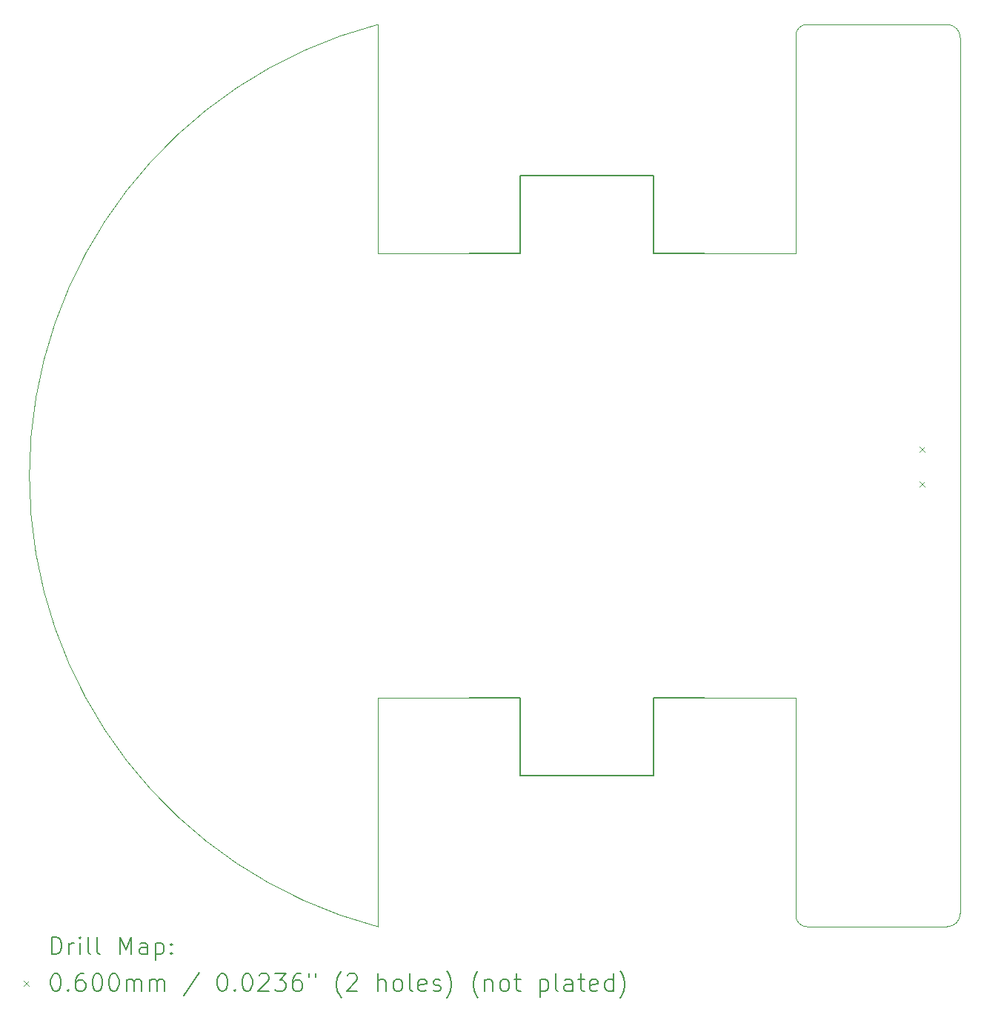
<source format=gbr>
%TF.GenerationSoftware,KiCad,Pcbnew,(6.0.7)*%
%TF.CreationDate,2022-12-27T10:26:14-05:00*%
%TF.ProjectId,Micromouse-kicad,4d696372-6f6d-46f7-9573-652d6b696361,rev?*%
%TF.SameCoordinates,Original*%
%TF.FileFunction,Drillmap*%
%TF.FilePolarity,Positive*%
%FSLAX45Y45*%
G04 Gerber Fmt 4.5, Leading zero omitted, Abs format (unit mm)*
G04 Created by KiCad (PCBNEW (6.0.7)) date 2022-12-27 10:26:14*
%MOMM*%
%LPD*%
G01*
G04 APERTURE LIST*
%ADD10C,0.200000*%
%ADD11C,0.100000*%
%ADD12C,0.060000*%
G04 APERTURE END LIST*
D10*
X16611600Y-12801600D02*
X16027400Y-12801600D01*
X16027400Y-6832600D02*
X14503400Y-6832600D01*
D11*
X12877800Y-7721600D02*
X13919200Y-7721600D01*
X19380200Y-15417800D02*
G75*
G03*
X19532600Y-15265400I0J152400D01*
G01*
X17653000Y-5232400D02*
X17653000Y-7721600D01*
D10*
X16027400Y-12801600D02*
X16027400Y-13690600D01*
D11*
X12877800Y-5105400D02*
G75*
G03*
X12877800Y-15417800I1346202J-5156200D01*
G01*
X17780000Y-5105400D02*
X19380200Y-5105400D01*
X17653000Y-12801600D02*
X17653000Y-15290800D01*
X17653000Y-15290800D02*
G75*
G03*
X17780000Y-15417800I127000J0D01*
G01*
X16611600Y-12801600D02*
X17653000Y-12801600D01*
D10*
X14503400Y-7721600D02*
X13919200Y-7721600D01*
X14503400Y-12801600D02*
X13919200Y-12801600D01*
D11*
X17780000Y-15417800D02*
X19380200Y-15417800D01*
X12877800Y-15417800D02*
X12877800Y-12801600D01*
X17780000Y-5105400D02*
G75*
G03*
X17653000Y-5232400I0J-127000D01*
G01*
D10*
X16611600Y-7721600D02*
X16027400Y-7721600D01*
D11*
X19532600Y-5257800D02*
G75*
G03*
X19380200Y-5105400I-152400J0D01*
G01*
D10*
X16027400Y-13690600D02*
X14503400Y-13690600D01*
X16027400Y-7721600D02*
X16027400Y-6832600D01*
X14503400Y-13690600D02*
X14503400Y-12801600D01*
D11*
X16611600Y-7721600D02*
X17653000Y-7721600D01*
X12877800Y-7721600D02*
X12877800Y-5105400D01*
D10*
X14503400Y-6832600D02*
X14503400Y-7721600D01*
D11*
X12877800Y-12801600D02*
X13919200Y-12801600D01*
X19532600Y-5257800D02*
X19532600Y-15265400D01*
D10*
D12*
X19064100Y-9930000D02*
X19124100Y-9990000D01*
X19124100Y-9930000D02*
X19064100Y-9990000D01*
X19064100Y-10330000D02*
X19124100Y-10390000D01*
X19124100Y-10330000D02*
X19064100Y-10390000D01*
D10*
X9147582Y-15733276D02*
X9147582Y-15533276D01*
X9195201Y-15533276D01*
X9223772Y-15542800D01*
X9242820Y-15561848D01*
X9252344Y-15580895D01*
X9261868Y-15618990D01*
X9261868Y-15647562D01*
X9252344Y-15685657D01*
X9242820Y-15704705D01*
X9223772Y-15723752D01*
X9195201Y-15733276D01*
X9147582Y-15733276D01*
X9347582Y-15733276D02*
X9347582Y-15599943D01*
X9347582Y-15638038D02*
X9357106Y-15618990D01*
X9366629Y-15609467D01*
X9385677Y-15599943D01*
X9404725Y-15599943D01*
X9471391Y-15733276D02*
X9471391Y-15599943D01*
X9471391Y-15533276D02*
X9461868Y-15542800D01*
X9471391Y-15552324D01*
X9480915Y-15542800D01*
X9471391Y-15533276D01*
X9471391Y-15552324D01*
X9595201Y-15733276D02*
X9576153Y-15723752D01*
X9566629Y-15704705D01*
X9566629Y-15533276D01*
X9699963Y-15733276D02*
X9680915Y-15723752D01*
X9671391Y-15704705D01*
X9671391Y-15533276D01*
X9928534Y-15733276D02*
X9928534Y-15533276D01*
X9995201Y-15676133D01*
X10061868Y-15533276D01*
X10061868Y-15733276D01*
X10242820Y-15733276D02*
X10242820Y-15628514D01*
X10233296Y-15609467D01*
X10214249Y-15599943D01*
X10176153Y-15599943D01*
X10157106Y-15609467D01*
X10242820Y-15723752D02*
X10223772Y-15733276D01*
X10176153Y-15733276D01*
X10157106Y-15723752D01*
X10147582Y-15704705D01*
X10147582Y-15685657D01*
X10157106Y-15666609D01*
X10176153Y-15657086D01*
X10223772Y-15657086D01*
X10242820Y-15647562D01*
X10338058Y-15599943D02*
X10338058Y-15799943D01*
X10338058Y-15609467D02*
X10357106Y-15599943D01*
X10395201Y-15599943D01*
X10414249Y-15609467D01*
X10423772Y-15618990D01*
X10433296Y-15638038D01*
X10433296Y-15695181D01*
X10423772Y-15714228D01*
X10414249Y-15723752D01*
X10395201Y-15733276D01*
X10357106Y-15733276D01*
X10338058Y-15723752D01*
X10519010Y-15714228D02*
X10528534Y-15723752D01*
X10519010Y-15733276D01*
X10509487Y-15723752D01*
X10519010Y-15714228D01*
X10519010Y-15733276D01*
X10519010Y-15609467D02*
X10528534Y-15618990D01*
X10519010Y-15628514D01*
X10509487Y-15618990D01*
X10519010Y-15609467D01*
X10519010Y-15628514D01*
D12*
X8829963Y-16032800D02*
X8889963Y-16092800D01*
X8889963Y-16032800D02*
X8829963Y-16092800D01*
D10*
X9185677Y-15953276D02*
X9204725Y-15953276D01*
X9223772Y-15962800D01*
X9233296Y-15972324D01*
X9242820Y-15991371D01*
X9252344Y-16029467D01*
X9252344Y-16077086D01*
X9242820Y-16115181D01*
X9233296Y-16134228D01*
X9223772Y-16143752D01*
X9204725Y-16153276D01*
X9185677Y-16153276D01*
X9166629Y-16143752D01*
X9157106Y-16134228D01*
X9147582Y-16115181D01*
X9138058Y-16077086D01*
X9138058Y-16029467D01*
X9147582Y-15991371D01*
X9157106Y-15972324D01*
X9166629Y-15962800D01*
X9185677Y-15953276D01*
X9338058Y-16134228D02*
X9347582Y-16143752D01*
X9338058Y-16153276D01*
X9328534Y-16143752D01*
X9338058Y-16134228D01*
X9338058Y-16153276D01*
X9519010Y-15953276D02*
X9480915Y-15953276D01*
X9461868Y-15962800D01*
X9452344Y-15972324D01*
X9433296Y-16000895D01*
X9423772Y-16038990D01*
X9423772Y-16115181D01*
X9433296Y-16134228D01*
X9442820Y-16143752D01*
X9461868Y-16153276D01*
X9499963Y-16153276D01*
X9519010Y-16143752D01*
X9528534Y-16134228D01*
X9538058Y-16115181D01*
X9538058Y-16067562D01*
X9528534Y-16048514D01*
X9519010Y-16038990D01*
X9499963Y-16029467D01*
X9461868Y-16029467D01*
X9442820Y-16038990D01*
X9433296Y-16048514D01*
X9423772Y-16067562D01*
X9661868Y-15953276D02*
X9680915Y-15953276D01*
X9699963Y-15962800D01*
X9709487Y-15972324D01*
X9719010Y-15991371D01*
X9728534Y-16029467D01*
X9728534Y-16077086D01*
X9719010Y-16115181D01*
X9709487Y-16134228D01*
X9699963Y-16143752D01*
X9680915Y-16153276D01*
X9661868Y-16153276D01*
X9642820Y-16143752D01*
X9633296Y-16134228D01*
X9623772Y-16115181D01*
X9614249Y-16077086D01*
X9614249Y-16029467D01*
X9623772Y-15991371D01*
X9633296Y-15972324D01*
X9642820Y-15962800D01*
X9661868Y-15953276D01*
X9852344Y-15953276D02*
X9871391Y-15953276D01*
X9890439Y-15962800D01*
X9899963Y-15972324D01*
X9909487Y-15991371D01*
X9919010Y-16029467D01*
X9919010Y-16077086D01*
X9909487Y-16115181D01*
X9899963Y-16134228D01*
X9890439Y-16143752D01*
X9871391Y-16153276D01*
X9852344Y-16153276D01*
X9833296Y-16143752D01*
X9823772Y-16134228D01*
X9814249Y-16115181D01*
X9804725Y-16077086D01*
X9804725Y-16029467D01*
X9814249Y-15991371D01*
X9823772Y-15972324D01*
X9833296Y-15962800D01*
X9852344Y-15953276D01*
X10004725Y-16153276D02*
X10004725Y-16019943D01*
X10004725Y-16038990D02*
X10014249Y-16029467D01*
X10033296Y-16019943D01*
X10061868Y-16019943D01*
X10080915Y-16029467D01*
X10090439Y-16048514D01*
X10090439Y-16153276D01*
X10090439Y-16048514D02*
X10099963Y-16029467D01*
X10119010Y-16019943D01*
X10147582Y-16019943D01*
X10166629Y-16029467D01*
X10176153Y-16048514D01*
X10176153Y-16153276D01*
X10271391Y-16153276D02*
X10271391Y-16019943D01*
X10271391Y-16038990D02*
X10280915Y-16029467D01*
X10299963Y-16019943D01*
X10328534Y-16019943D01*
X10347582Y-16029467D01*
X10357106Y-16048514D01*
X10357106Y-16153276D01*
X10357106Y-16048514D02*
X10366629Y-16029467D01*
X10385677Y-16019943D01*
X10414249Y-16019943D01*
X10433296Y-16029467D01*
X10442820Y-16048514D01*
X10442820Y-16153276D01*
X10833296Y-15943752D02*
X10661868Y-16200895D01*
X11090439Y-15953276D02*
X11109487Y-15953276D01*
X11128534Y-15962800D01*
X11138058Y-15972324D01*
X11147582Y-15991371D01*
X11157106Y-16029467D01*
X11157106Y-16077086D01*
X11147582Y-16115181D01*
X11138058Y-16134228D01*
X11128534Y-16143752D01*
X11109487Y-16153276D01*
X11090439Y-16153276D01*
X11071391Y-16143752D01*
X11061868Y-16134228D01*
X11052344Y-16115181D01*
X11042820Y-16077086D01*
X11042820Y-16029467D01*
X11052344Y-15991371D01*
X11061868Y-15972324D01*
X11071391Y-15962800D01*
X11090439Y-15953276D01*
X11242820Y-16134228D02*
X11252344Y-16143752D01*
X11242820Y-16153276D01*
X11233296Y-16143752D01*
X11242820Y-16134228D01*
X11242820Y-16153276D01*
X11376153Y-15953276D02*
X11395201Y-15953276D01*
X11414248Y-15962800D01*
X11423772Y-15972324D01*
X11433296Y-15991371D01*
X11442820Y-16029467D01*
X11442820Y-16077086D01*
X11433296Y-16115181D01*
X11423772Y-16134228D01*
X11414248Y-16143752D01*
X11395201Y-16153276D01*
X11376153Y-16153276D01*
X11357106Y-16143752D01*
X11347582Y-16134228D01*
X11338058Y-16115181D01*
X11328534Y-16077086D01*
X11328534Y-16029467D01*
X11338058Y-15991371D01*
X11347582Y-15972324D01*
X11357106Y-15962800D01*
X11376153Y-15953276D01*
X11519010Y-15972324D02*
X11528534Y-15962800D01*
X11547582Y-15953276D01*
X11595201Y-15953276D01*
X11614248Y-15962800D01*
X11623772Y-15972324D01*
X11633296Y-15991371D01*
X11633296Y-16010419D01*
X11623772Y-16038990D01*
X11509487Y-16153276D01*
X11633296Y-16153276D01*
X11699963Y-15953276D02*
X11823772Y-15953276D01*
X11757106Y-16029467D01*
X11785677Y-16029467D01*
X11804725Y-16038990D01*
X11814248Y-16048514D01*
X11823772Y-16067562D01*
X11823772Y-16115181D01*
X11814248Y-16134228D01*
X11804725Y-16143752D01*
X11785677Y-16153276D01*
X11728534Y-16153276D01*
X11709487Y-16143752D01*
X11699963Y-16134228D01*
X11995201Y-15953276D02*
X11957106Y-15953276D01*
X11938058Y-15962800D01*
X11928534Y-15972324D01*
X11909487Y-16000895D01*
X11899963Y-16038990D01*
X11899963Y-16115181D01*
X11909487Y-16134228D01*
X11919010Y-16143752D01*
X11938058Y-16153276D01*
X11976153Y-16153276D01*
X11995201Y-16143752D01*
X12004725Y-16134228D01*
X12014248Y-16115181D01*
X12014248Y-16067562D01*
X12004725Y-16048514D01*
X11995201Y-16038990D01*
X11976153Y-16029467D01*
X11938058Y-16029467D01*
X11919010Y-16038990D01*
X11909487Y-16048514D01*
X11899963Y-16067562D01*
X12090439Y-15953276D02*
X12090439Y-15991371D01*
X12166629Y-15953276D02*
X12166629Y-15991371D01*
X12461867Y-16229467D02*
X12452344Y-16219943D01*
X12433296Y-16191371D01*
X12423772Y-16172324D01*
X12414248Y-16143752D01*
X12404725Y-16096133D01*
X12404725Y-16058038D01*
X12414248Y-16010419D01*
X12423772Y-15981848D01*
X12433296Y-15962800D01*
X12452344Y-15934228D01*
X12461867Y-15924705D01*
X12528534Y-15972324D02*
X12538058Y-15962800D01*
X12557106Y-15953276D01*
X12604725Y-15953276D01*
X12623772Y-15962800D01*
X12633296Y-15972324D01*
X12642820Y-15991371D01*
X12642820Y-16010419D01*
X12633296Y-16038990D01*
X12519010Y-16153276D01*
X12642820Y-16153276D01*
X12880915Y-16153276D02*
X12880915Y-15953276D01*
X12966629Y-16153276D02*
X12966629Y-16048514D01*
X12957106Y-16029467D01*
X12938058Y-16019943D01*
X12909487Y-16019943D01*
X12890439Y-16029467D01*
X12880915Y-16038990D01*
X13090439Y-16153276D02*
X13071391Y-16143752D01*
X13061867Y-16134228D01*
X13052344Y-16115181D01*
X13052344Y-16058038D01*
X13061867Y-16038990D01*
X13071391Y-16029467D01*
X13090439Y-16019943D01*
X13119010Y-16019943D01*
X13138058Y-16029467D01*
X13147582Y-16038990D01*
X13157106Y-16058038D01*
X13157106Y-16115181D01*
X13147582Y-16134228D01*
X13138058Y-16143752D01*
X13119010Y-16153276D01*
X13090439Y-16153276D01*
X13271391Y-16153276D02*
X13252344Y-16143752D01*
X13242820Y-16124705D01*
X13242820Y-15953276D01*
X13423772Y-16143752D02*
X13404725Y-16153276D01*
X13366629Y-16153276D01*
X13347582Y-16143752D01*
X13338058Y-16124705D01*
X13338058Y-16048514D01*
X13347582Y-16029467D01*
X13366629Y-16019943D01*
X13404725Y-16019943D01*
X13423772Y-16029467D01*
X13433296Y-16048514D01*
X13433296Y-16067562D01*
X13338058Y-16086609D01*
X13509487Y-16143752D02*
X13528534Y-16153276D01*
X13566629Y-16153276D01*
X13585677Y-16143752D01*
X13595201Y-16124705D01*
X13595201Y-16115181D01*
X13585677Y-16096133D01*
X13566629Y-16086609D01*
X13538058Y-16086609D01*
X13519010Y-16077086D01*
X13509487Y-16058038D01*
X13509487Y-16048514D01*
X13519010Y-16029467D01*
X13538058Y-16019943D01*
X13566629Y-16019943D01*
X13585677Y-16029467D01*
X13661867Y-16229467D02*
X13671391Y-16219943D01*
X13690439Y-16191371D01*
X13699963Y-16172324D01*
X13709487Y-16143752D01*
X13719010Y-16096133D01*
X13719010Y-16058038D01*
X13709487Y-16010419D01*
X13699963Y-15981848D01*
X13690439Y-15962800D01*
X13671391Y-15934228D01*
X13661867Y-15924705D01*
X14023772Y-16229467D02*
X14014248Y-16219943D01*
X13995201Y-16191371D01*
X13985677Y-16172324D01*
X13976153Y-16143752D01*
X13966629Y-16096133D01*
X13966629Y-16058038D01*
X13976153Y-16010419D01*
X13985677Y-15981848D01*
X13995201Y-15962800D01*
X14014248Y-15934228D01*
X14023772Y-15924705D01*
X14099963Y-16019943D02*
X14099963Y-16153276D01*
X14099963Y-16038990D02*
X14109487Y-16029467D01*
X14128534Y-16019943D01*
X14157106Y-16019943D01*
X14176153Y-16029467D01*
X14185677Y-16048514D01*
X14185677Y-16153276D01*
X14309487Y-16153276D02*
X14290439Y-16143752D01*
X14280915Y-16134228D01*
X14271391Y-16115181D01*
X14271391Y-16058038D01*
X14280915Y-16038990D01*
X14290439Y-16029467D01*
X14309487Y-16019943D01*
X14338058Y-16019943D01*
X14357106Y-16029467D01*
X14366629Y-16038990D01*
X14376153Y-16058038D01*
X14376153Y-16115181D01*
X14366629Y-16134228D01*
X14357106Y-16143752D01*
X14338058Y-16153276D01*
X14309487Y-16153276D01*
X14433296Y-16019943D02*
X14509487Y-16019943D01*
X14461867Y-15953276D02*
X14461867Y-16124705D01*
X14471391Y-16143752D01*
X14490439Y-16153276D01*
X14509487Y-16153276D01*
X14728534Y-16019943D02*
X14728534Y-16219943D01*
X14728534Y-16029467D02*
X14747582Y-16019943D01*
X14785677Y-16019943D01*
X14804725Y-16029467D01*
X14814248Y-16038990D01*
X14823772Y-16058038D01*
X14823772Y-16115181D01*
X14814248Y-16134228D01*
X14804725Y-16143752D01*
X14785677Y-16153276D01*
X14747582Y-16153276D01*
X14728534Y-16143752D01*
X14938058Y-16153276D02*
X14919010Y-16143752D01*
X14909487Y-16124705D01*
X14909487Y-15953276D01*
X15099963Y-16153276D02*
X15099963Y-16048514D01*
X15090439Y-16029467D01*
X15071391Y-16019943D01*
X15033296Y-16019943D01*
X15014248Y-16029467D01*
X15099963Y-16143752D02*
X15080915Y-16153276D01*
X15033296Y-16153276D01*
X15014248Y-16143752D01*
X15004725Y-16124705D01*
X15004725Y-16105657D01*
X15014248Y-16086609D01*
X15033296Y-16077086D01*
X15080915Y-16077086D01*
X15099963Y-16067562D01*
X15166629Y-16019943D02*
X15242820Y-16019943D01*
X15195201Y-15953276D02*
X15195201Y-16124705D01*
X15204725Y-16143752D01*
X15223772Y-16153276D01*
X15242820Y-16153276D01*
X15385677Y-16143752D02*
X15366629Y-16153276D01*
X15328534Y-16153276D01*
X15309487Y-16143752D01*
X15299963Y-16124705D01*
X15299963Y-16048514D01*
X15309487Y-16029467D01*
X15328534Y-16019943D01*
X15366629Y-16019943D01*
X15385677Y-16029467D01*
X15395201Y-16048514D01*
X15395201Y-16067562D01*
X15299963Y-16086609D01*
X15566629Y-16153276D02*
X15566629Y-15953276D01*
X15566629Y-16143752D02*
X15547582Y-16153276D01*
X15509487Y-16153276D01*
X15490439Y-16143752D01*
X15480915Y-16134228D01*
X15471391Y-16115181D01*
X15471391Y-16058038D01*
X15480915Y-16038990D01*
X15490439Y-16029467D01*
X15509487Y-16019943D01*
X15547582Y-16019943D01*
X15566629Y-16029467D01*
X15642820Y-16229467D02*
X15652344Y-16219943D01*
X15671391Y-16191371D01*
X15680915Y-16172324D01*
X15690439Y-16143752D01*
X15699963Y-16096133D01*
X15699963Y-16058038D01*
X15690439Y-16010419D01*
X15680915Y-15981848D01*
X15671391Y-15962800D01*
X15652344Y-15934228D01*
X15642820Y-15924705D01*
M02*

</source>
